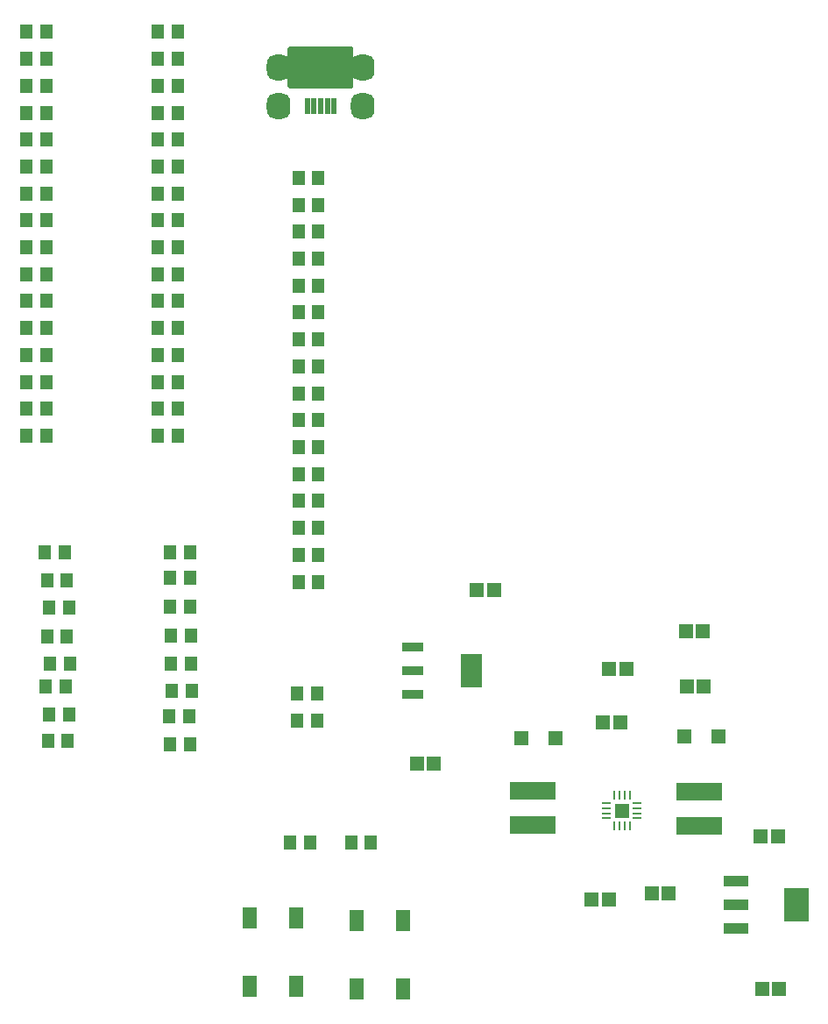
<source format=gtp>
G04 Layer_Color=7318015*
%FSLAX44Y44*%
%MOMM*%
G71*
G01*
G75*
G04:AMPARAMS|DCode=10|XSize=2.54mm|YSize=2.286mm|CornerRadius=0.9144mm|HoleSize=0mm|Usage=FLASHONLY|Rotation=270.000|XOffset=0mm|YOffset=0mm|HoleType=Round|Shape=RoundedRectangle|*
%AMROUNDEDRECTD10*
21,1,2.5400,0.4572,0,0,270.0*
21,1,0.7112,2.2860,0,0,270.0*
1,1,1.8288,-0.2286,-0.3556*
1,1,1.8288,-0.2286,0.3556*
1,1,1.8288,0.2286,0.3556*
1,1,1.8288,0.2286,-0.3556*
%
%ADD10ROUNDEDRECTD10*%
G04:AMPARAMS|DCode=11|XSize=0.45mm|YSize=1.5mm|CornerRadius=0.0225mm|HoleSize=0mm|Usage=FLASHONLY|Rotation=180.000|XOffset=0mm|YOffset=0mm|HoleType=Round|Shape=RoundedRectangle|*
%AMROUNDEDRECTD11*
21,1,0.4500,1.4550,0,0,180.0*
21,1,0.4050,1.5000,0,0,180.0*
1,1,0.0450,-0.2025,0.7275*
1,1,0.0450,0.2025,0.7275*
1,1,0.0450,0.2025,-0.7275*
1,1,0.0450,-0.2025,-0.7275*
%
%ADD11ROUNDEDRECTD11*%
G04:AMPARAMS|DCode=12|XSize=6.35mm|YSize=4.064mm|CornerRadius=0.2032mm|HoleSize=0mm|Usage=FLASHONLY|Rotation=180.000|XOffset=0mm|YOffset=0mm|HoleType=Round|Shape=RoundedRectangle|*
%AMROUNDEDRECTD12*
21,1,6.3500,3.6576,0,0,180.0*
21,1,5.9436,4.0640,0,0,180.0*
1,1,0.4064,-2.9718,1.8288*
1,1,0.4064,2.9718,1.8288*
1,1,0.4064,2.9718,-1.8288*
1,1,0.4064,-2.9718,-1.8288*
%
%ADD12ROUNDEDRECTD12*%
%ADD13R,1.2500X1.3500*%
%ADD14R,1.2500X1.4000*%
%ADD15R,2.4000X1.0000*%
%ADD16R,2.4000X3.3000*%
%ADD17R,1.3500X1.4500*%
%ADD18R,4.5000X1.8000*%
%ADD19R,1.3970X1.3970*%
%ADD20R,2.1000X0.9000*%
%ADD21R,2.1000X3.2000*%
%ADD22R,1.4000X2.1000*%
%ADD23O,1.0000X0.2500*%
%ADD24O,0.2500X1.0000*%
%ADD25R,1.4500X1.4500*%
D10*
X662360Y1153000D02*
D03*
X743640D02*
D03*
Y1191000D02*
D03*
X662360D02*
D03*
D11*
X716000Y1153000D02*
D03*
X709500D02*
D03*
X703000D02*
D03*
X696500D02*
D03*
X690000D02*
D03*
D12*
X703000Y1190890D02*
D03*
D13*
X545400Y1043000D02*
D03*
X545401Y1069000D02*
D03*
X439400Y540000D02*
D03*
X440400Y566000D02*
D03*
X418400Y1043000D02*
D03*
Y1069000D02*
D03*
X681400Y902000D02*
D03*
Y928000D02*
D03*
X545400Y1095000D02*
D03*
X545401Y1121000D02*
D03*
X437400Y593000D02*
D03*
X441400Y615000D02*
D03*
X418400Y1095000D02*
D03*
X680400Y560000D02*
D03*
Y586000D02*
D03*
X418400Y1121000D02*
D03*
X681400Y954000D02*
D03*
Y980000D02*
D03*
X545401Y1147000D02*
D03*
Y1173000D02*
D03*
X440400Y669000D02*
D03*
X438400Y641000D02*
D03*
X418400Y1147000D02*
D03*
X681400Y1006000D02*
D03*
Y1032000D02*
D03*
X545401Y1199000D02*
D03*
Y1225000D02*
D03*
X438400Y695000D02*
D03*
X436400Y722000D02*
D03*
X418400Y1199000D02*
D03*
Y1225000D02*
D03*
X681400Y1058000D02*
D03*
Y1084000D02*
D03*
Y850000D02*
D03*
Y876000D02*
D03*
X418400Y991000D02*
D03*
Y1017000D02*
D03*
X557400Y698000D02*
D03*
Y722000D02*
D03*
X545400Y991000D02*
D03*
Y1017000D02*
D03*
X681400Y798000D02*
D03*
Y824000D02*
D03*
X418400Y939000D02*
D03*
Y965000D02*
D03*
X558400Y642000D02*
D03*
X557400Y670000D02*
D03*
X545400Y939000D02*
D03*
Y965000D02*
D03*
X681400Y746000D02*
D03*
Y772000D02*
D03*
X418400Y887000D02*
D03*
Y913000D02*
D03*
X559400Y589000D02*
D03*
X558400Y615000D02*
D03*
X545400Y887000D02*
D03*
X681400Y694000D02*
D03*
X545400Y913000D02*
D03*
X681400Y720000D02*
D03*
X418400Y835000D02*
D03*
Y861000D02*
D03*
X557401Y537000D02*
D03*
X556400Y564000D02*
D03*
X545400Y835000D02*
D03*
Y861000D02*
D03*
X418400Y1173000D02*
D03*
X673397Y441999D02*
D03*
X732397D02*
D03*
D14*
X564600Y1043000D02*
D03*
X564600Y1069000D02*
D03*
X458600Y540000D02*
D03*
X459600Y566000D02*
D03*
X437600Y1043000D02*
D03*
Y1069000D02*
D03*
X700600Y902000D02*
D03*
Y928000D02*
D03*
X564600Y1095000D02*
D03*
X564600Y1121000D02*
D03*
X456600Y593000D02*
D03*
X460600Y615000D02*
D03*
X437600Y1095000D02*
D03*
X699600Y560000D02*
D03*
Y586000D02*
D03*
X437600Y1121000D02*
D03*
X700600Y954000D02*
D03*
Y980000D02*
D03*
X564600Y1147000D02*
D03*
Y1173000D02*
D03*
X459600Y669000D02*
D03*
X457600Y641000D02*
D03*
X437600Y1147000D02*
D03*
X700600Y1006000D02*
D03*
Y1032000D02*
D03*
X564600Y1199000D02*
D03*
Y1225000D02*
D03*
X457600Y695000D02*
D03*
X455600Y722000D02*
D03*
X437600Y1199000D02*
D03*
Y1225000D02*
D03*
X700600Y1058000D02*
D03*
Y1084000D02*
D03*
Y850000D02*
D03*
Y876000D02*
D03*
X437600Y991000D02*
D03*
Y1017000D02*
D03*
X576600Y698000D02*
D03*
Y722000D02*
D03*
X564600Y991000D02*
D03*
Y1017000D02*
D03*
X700600Y798000D02*
D03*
Y824000D02*
D03*
X437600Y939000D02*
D03*
Y965000D02*
D03*
X577600Y642000D02*
D03*
X576600Y670000D02*
D03*
X564600Y939000D02*
D03*
Y965000D02*
D03*
X700600Y746000D02*
D03*
Y772000D02*
D03*
X437600Y887000D02*
D03*
Y913000D02*
D03*
X578600Y589000D02*
D03*
X577600Y615000D02*
D03*
X564600Y887000D02*
D03*
X700600Y694000D02*
D03*
X564600Y913000D02*
D03*
X700600Y720000D02*
D03*
X437600Y835000D02*
D03*
Y861000D02*
D03*
X576600Y537000D02*
D03*
X575600Y564000D02*
D03*
X564600Y835000D02*
D03*
Y861000D02*
D03*
X437600Y1173000D02*
D03*
X692597Y441999D02*
D03*
X751597D02*
D03*
D15*
X1104658Y405007D02*
D03*
Y382006D02*
D03*
Y359007D02*
D03*
D16*
X1162658Y382006D02*
D03*
D17*
X1073250Y593000D02*
D03*
X1056750D02*
D03*
X1072250Y646000D02*
D03*
X1055750D02*
D03*
X1145907Y301006D02*
D03*
X1129407D02*
D03*
X1144908Y448007D02*
D03*
X1128407D02*
D03*
X1039250Y393000D02*
D03*
X1022750D02*
D03*
X992250Y558000D02*
D03*
X975750D02*
D03*
X981250Y387000D02*
D03*
X964750D02*
D03*
X998250Y610000D02*
D03*
X981750D02*
D03*
X812250Y518000D02*
D03*
X795750D02*
D03*
X870250Y686000D02*
D03*
X853750D02*
D03*
D18*
X1069000Y491500D02*
D03*
Y458500D02*
D03*
X908000Y492500D02*
D03*
Y459500D02*
D03*
D19*
X929510Y543000D02*
D03*
X896490D02*
D03*
X1087510Y545000D02*
D03*
X1054490D02*
D03*
D20*
X791500Y631000D02*
D03*
Y608000D02*
D03*
Y585000D02*
D03*
D21*
X848500Y608000D02*
D03*
D22*
X634500Y302938D02*
D03*
Y369062D02*
D03*
X679500Y302938D02*
D03*
Y369062D02*
D03*
X737500Y300938D02*
D03*
Y367062D02*
D03*
X782500Y300938D02*
D03*
Y367062D02*
D03*
D23*
X979000Y480500D02*
D03*
Y475500D02*
D03*
Y470500D02*
D03*
Y465500D02*
D03*
X1009000D02*
D03*
Y470500D02*
D03*
Y475500D02*
D03*
Y480500D02*
D03*
D24*
X986500Y458000D02*
D03*
X991500D02*
D03*
X996500D02*
D03*
X1001500D02*
D03*
Y488000D02*
D03*
X996500D02*
D03*
X991500D02*
D03*
X986500D02*
D03*
D25*
X994000Y473000D02*
D03*
M02*

</source>
